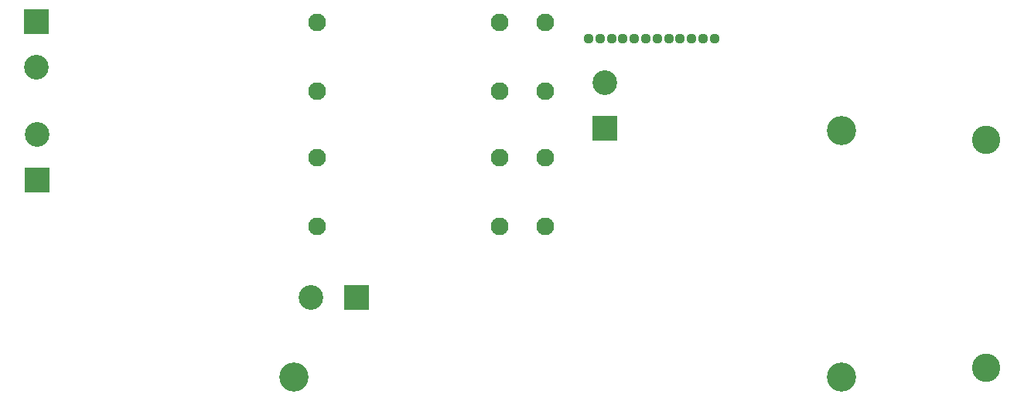
<source format=gbr>
%TF.GenerationSoftware,KiCad,Pcbnew,9.0.3+1*%
%TF.CreationDate,2025-08-21T21:39:02+01:00*%
%TF.ProjectId,Elytra,456c7974-7261-42e6-9b69-6361645f7063,rev?*%
%TF.SameCoordinates,Original*%
%TF.FileFunction,Soldermask,Bot*%
%TF.FilePolarity,Negative*%
%FSLAX46Y46*%
G04 Gerber Fmt 4.6, Leading zero omitted, Abs format (unit mm)*
G04 Created by KiCad (PCBNEW 9.0.3+1) date 2025-08-21 21:39:02*
%MOMM*%
%LPD*%
G01*
G04 APERTURE LIST*
%ADD10C,3.200000*%
%ADD11C,1.950000*%
%ADD12C,2.700000*%
%ADD13R,2.700000X2.700000*%
%ADD14C,3.100000*%
%ADD15C,1.117600*%
G04 APERTURE END LIST*
D10*
%TO.C,H2*%
X182000000Y-81500000D03*
%TD*%
D11*
%TO.C,K1*%
X124587598Y-69699999D03*
X144587598Y-69699999D03*
X149587598Y-69699999D03*
X149587598Y-77199999D03*
X144587598Y-77199999D03*
X124587598Y-77199999D03*
%TD*%
D12*
%TO.C,J4*%
X156112600Y-76300000D03*
D13*
X156112600Y-81300000D03*
%TD*%
D11*
%TO.C,K2*%
X124587600Y-84500000D03*
X144587600Y-84500000D03*
X149587600Y-84500000D03*
X149587600Y-92000000D03*
X144587600Y-92000000D03*
X124587600Y-92000000D03*
%TD*%
D14*
%TO.C,DSUB1*%
X197787600Y-82499000D03*
X197787600Y-107489000D03*
%TD*%
D10*
%TO.C,H1*%
X182000000Y-108500000D03*
%TD*%
D12*
%TO.C,J5*%
X123887600Y-99825000D03*
D13*
X128887600Y-99825000D03*
%TD*%
D15*
%TO.C,J1*%
X154307700Y-71408700D03*
X155557700Y-71408700D03*
X156807700Y-71408700D03*
X158057700Y-71408700D03*
X159307700Y-71408700D03*
X160557700Y-71408700D03*
X161807701Y-71408700D03*
X163057701Y-71408700D03*
X164307701Y-71408700D03*
X165557701Y-71408700D03*
X166807701Y-71408700D03*
X168057701Y-71408700D03*
%TD*%
D10*
%TO.C,H3*%
X122000000Y-108500000D03*
%TD*%
D13*
%TO.C,J2*%
X93907870Y-86950627D03*
D12*
X93907870Y-81950627D03*
%TD*%
D13*
%TO.C,J3*%
X93882871Y-69580627D03*
D12*
X93882871Y-74580627D03*
%TD*%
M02*

</source>
